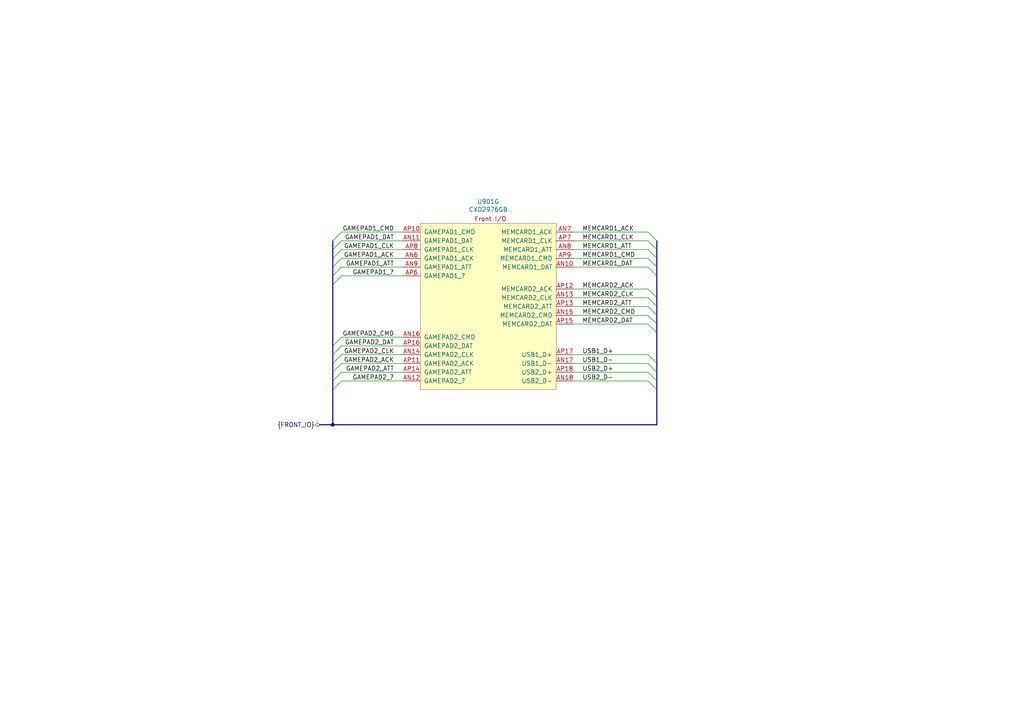
<source format=kicad_sch>
(kicad_sch (version 20230121) (generator eeschema)
  (paper "A4")
  (title_block (title "PS2 Emotion Engine Front IO") (rev "0.3") (comment 5 "-a project by Tschicki"))
  (junction (at 96.52 123.19))
  (bus_entry (at 96.52 107.95) (size 2.54 -2.54))
  (bus_entry (at 96.52 69.85) (size 2.54 -2.54))
  (bus_entry (at 190.5 93.98) (size -2.54 -2.54))
  (bus_entry (at 190.5 110.49) (size -2.54 -2.54))
  (bus_entry (at 96.52 102.87) (size 2.54 -2.54))
  (bus_entry (at 190.5 113.03) (size -2.54 -2.54))
  (bus_entry (at 190.5 96.52) (size -2.54 -2.54))
  (bus_entry (at 96.52 110.49) (size 2.54 -2.54))
  (bus_entry (at 96.52 72.39) (size 2.54 -2.54))
  (bus_entry (at 190.5 74.93) (size -2.54 -2.54))
  (bus_entry (at 96.52 100.33) (size 2.54 -2.54))
  (bus_entry (at 96.52 74.93) (size 2.54 -2.54))
  (bus_entry (at 96.52 80.01) (size 2.54 -2.54))
  (bus_entry (at 96.52 113.03) (size 2.54 -2.54))
  (bus_entry (at 190.5 69.85) (size -2.54 -2.54))
  (bus_entry (at 96.52 105.41) (size 2.54 -2.54))
  (bus_entry (at 190.5 91.44) (size -2.54 -2.54))
  (bus_entry (at 190.5 72.39) (size -2.54 -2.54))
  (bus_entry (at 96.52 77.47) (size 2.54 -2.54))
  (bus_entry (at 190.5 107.95) (size -2.54 -2.54))
  (bus_entry (at 190.5 80.01) (size -2.54 -2.54))
  (bus_entry (at 190.5 105.41) (size -2.54 -2.54))
  (bus_entry (at 190.5 88.9) (size -2.54 -2.54))
  (bus_entry (at 190.5 86.36) (size -2.54 -2.54))
  (bus_entry (at 190.5 77.47) (size -2.54 -2.54))
  (bus_entry (at 96.52 82.55) (size 2.54 -2.54))
  (wire (pts (xy 166.37 107.95) (xy 187.96 107.95)))
  (wire (pts (xy 99.06 102.87) (xy 116.84 102.87)))
  (bus (pts (xy 96.52 77.47) (xy 96.52 80.01)))
  (wire (pts (xy 166.37 77.47) (xy 187.96 77.47)))
  (wire (pts (xy 166.37 88.9) (xy 187.96 88.9)))
  (bus (pts (xy 96.52 74.93) (xy 96.52 77.47)))
  (wire (pts (xy 99.06 80.01) (xy 116.84 80.01)))
  (bus (pts (xy 96.52 105.41) (xy 96.52 107.95)))
  (bus (pts (xy 190.5 107.95) (xy 190.5 110.49)))
  (wire (pts (xy 99.06 77.47) (xy 116.84 77.47)))
  (wire (pts (xy 99.06 97.79) (xy 116.84 97.79)))
  (bus (pts (xy 96.52 69.85) (xy 96.52 72.39)))
  (bus (pts (xy 190.5 69.85) (xy 190.5 72.39)))
  (bus (pts (xy 96.52 102.87) (xy 96.52 105.41)))
  (bus (pts (xy 190.5 105.41) (xy 190.5 107.95)))
  (bus (pts (xy 96.52 110.49) (xy 96.52 113.03)))
  (wire (pts (xy 166.37 67.31) (xy 187.96 67.31)))
  (bus (pts (xy 96.52 80.01) (xy 96.52 82.55)))
  (wire (pts (xy 99.06 105.41) (xy 116.84 105.41)))
  (wire (pts (xy 166.37 102.87) (xy 187.96 102.87)))
  (wire (pts (xy 99.06 100.33) (xy 116.84 100.33)))
  (wire (pts (xy 166.37 69.85) (xy 187.96 69.85)))
  (wire (pts (xy 99.06 74.93) (xy 116.84 74.93)))
  (bus (pts (xy 190.5 74.93) (xy 190.5 77.47)))
  (bus (pts (xy 190.5 96.52) (xy 190.5 105.41)))
  (wire (pts (xy 166.37 74.93) (xy 187.96 74.93)))
  (bus (pts (xy 96.52 113.03) (xy 96.52 123.19)))
  (bus (pts (xy 190.5 80.01) (xy 190.5 86.36)))
  (wire (pts (xy 166.37 110.49) (xy 187.96 110.49)))
  (bus (pts (xy 96.52 107.95) (xy 96.52 110.49)))
  (wire (pts (xy 99.06 67.31) (xy 116.84 67.31)))
  (bus (pts (xy 190.5 86.36) (xy 190.5 88.9)))
  (bus (pts (xy 190.5 113.03) (xy 190.5 123.19)))
  (bus (pts (xy 190.5 88.9) (xy 190.5 91.44)))
  (bus (pts (xy 96.52 123.19) (xy 190.5 123.19)))
  (bus (pts (xy 96.52 100.33) (xy 96.52 102.87)))
  (wire (pts (xy 99.06 72.39) (xy 116.84 72.39)))
  (wire (pts (xy 166.37 93.98) (xy 187.96 93.98)))
  (bus (pts (xy 190.5 72.39) (xy 190.5 74.93)))
  (bus (pts (xy 96.52 82.55) (xy 96.52 100.33)))
  (wire (pts (xy 99.06 69.85) (xy 116.84 69.85)))
  (wire (pts (xy 166.37 72.39) (xy 187.96 72.39)))
  (wire (pts (xy 166.37 83.82) (xy 187.96 83.82)))
  (wire (pts (xy 166.37 91.44) (xy 187.96 91.44)))
  (wire (pts (xy 99.06 107.95) (xy 116.84 107.95)))
  (bus (pts (xy 190.5 93.98) (xy 190.5 96.52)))
  (bus (pts (xy 190.5 77.47) (xy 190.5 80.01)))
  (wire (pts (xy 166.37 105.41) (xy 187.96 105.41)))
  (bus (pts (xy 96.52 72.39) (xy 96.52 74.93)))
  (bus (pts (xy 190.5 110.49) (xy 190.5 113.03)))
  (bus (pts (xy 92.71 123.19) (xy 96.52 123.19)))
  (wire (pts (xy 166.37 86.36) (xy 187.96 86.36)))
  (bus (pts (xy 190.5 91.44) (xy 190.5 93.98)))
  (wire (pts (xy 99.06 110.49) (xy 116.84 110.49)))
  (label "MEMCARD2_CLK" (at 168.91 86.36 0))
  (label "MEMCARD1_ACK" (at 168.91 67.31 0))
  (label "USB2_D+" (at 168.91 107.95 0))
  (label "GAMEPAD2_DAT" (at 114.3 100.33 180))
  (label "MEMCARD1_DAT" (at 168.91 77.47 0))
  (label "GAMEPAD1_ACK" (at 114.3 74.93 180))
  (label "MEMCARD2_ACK" (at 168.91 83.82 0))
  (label "GAMEPAD2_ACK" (at 114.3 105.41 180))
  (label "GAMEPAD1_?" (at 114.3 80.01 180))
  (label "GAMEPAD2_CLK" (at 114.3 102.87 180))
  (label "USB2_D-" (at 168.91 110.49 0))
  (label "USB1_D+" (at 168.91 102.87 0))
  (label "GAMEPAD1_CLK" (at 114.3 72.39 180))
  (label "GAMEPAD2_?" (at 114.3 110.49 180))
  (label "MEMCARD2_DAT" (at 168.91 93.98 0))
  (label "GAMEPAD2_CMD" (at 114.3 97.79 180))
  (label "GAMEPAD1_CMD" (at 114.3 67.31 180))
  (label "USB1_D-" (at 168.91 105.41 0))
  (label "MEMCARD1_CMD" (at 168.91 74.93 0))
  (label "GAMEPAD1_DAT" (at 114.3 69.85 180))
  (label "MEMCARD2_ATT" (at 168.91 88.9 0))
  (label "GAMEPAD1_ATT" (at 114.3 77.47 180))
  (label "MEMCARD1_ATT" (at 168.91 72.39 0))
  (label "MEMCARD2_CMD" (at 168.91 91.44 0))
  (label "GAMEPAD2_ATT" (at 114.3 107.95 180))
  (label "MEMCARD1_CLK" (at 168.91 69.85 0))
  (hierarchical_label "{FRONT_IO}" (shape bidirectional) (at 92.71 123.19 180))
  (symbol (lib_id "PS2:CXD2976GB") (at 116.84 67.31 0) (unit 7)
    (property "Reference" "U901" (at 141.605 58.4628 0))
    (property "Value" "CXD2976GB" (at 141.605 60.7615 0))
    (property "Footprint" "PS2:PS2_CXD2976GB_35.0x35.0mm_P1.0mm" (effects hide))
    (property "Part Number" "get from PS2 79k/90k" (effects hide))
  )
)
</source>
